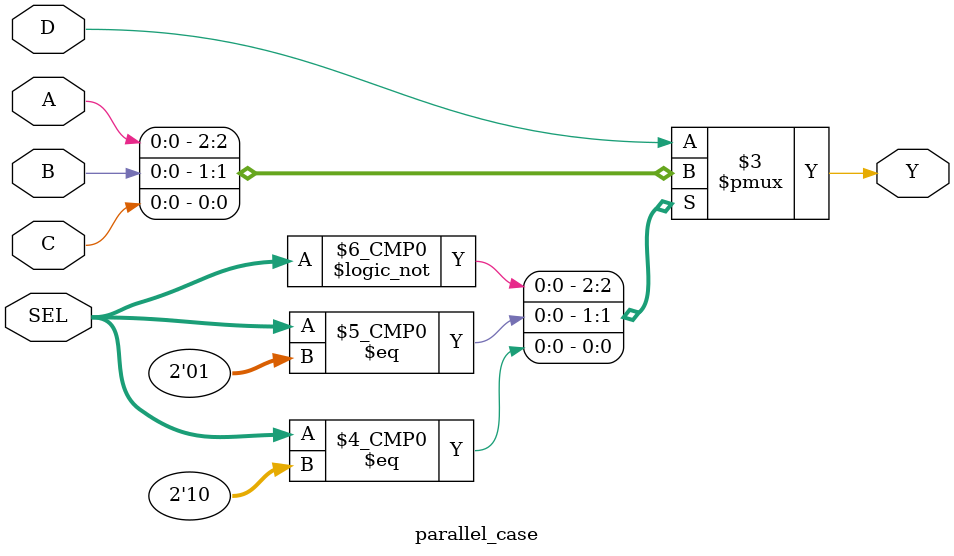
<source format=v>
module parallel_case(SEL,A,B,C,D,Y);
input [1:0] SEL;
input A,B,C,D;
output Y;
reg Y;

always@(SEL,A,B,C,D)
begin
case(SEL)
	2'b00:Y=A;
	2'b01:Y=B;
	2'b10:Y=C;
	default:Y=D;
endcase
end

endmodule

</source>
